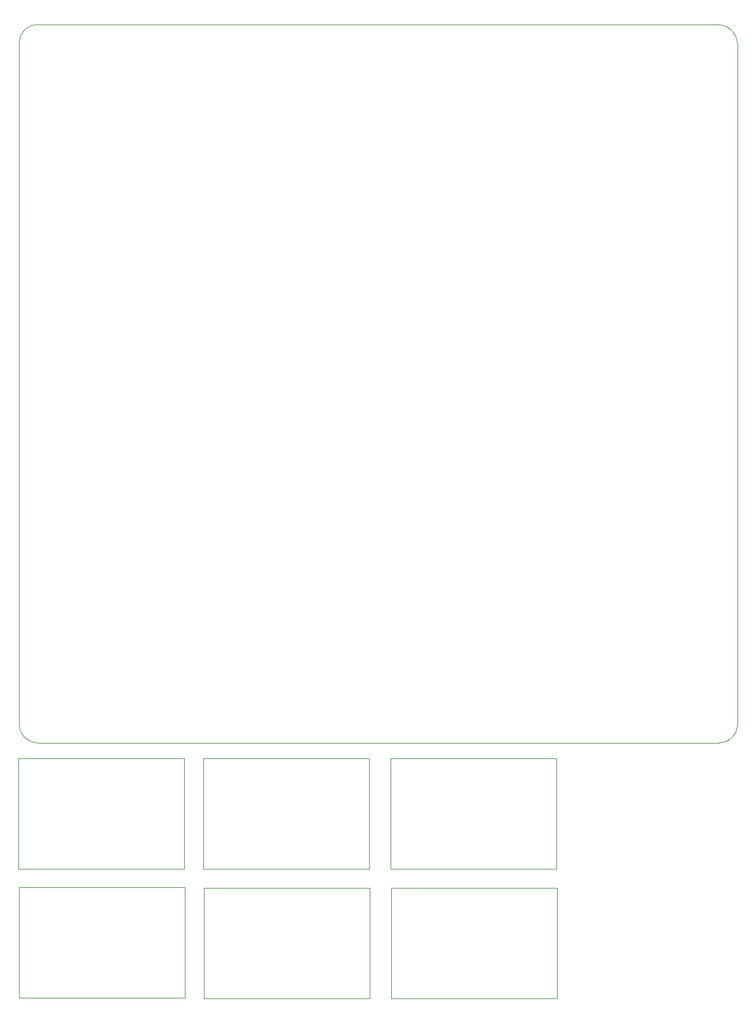
<source format=gbr>
%TF.GenerationSoftware,KiCad,Pcbnew,6.0.7-f9a2dced07~116~ubuntu20.04.1*%
%TF.CreationDate,2022-10-31T15:29:47+01:00*%
%TF.ProjectId,av_citynode_hw,61765f63-6974-4796-9e6f-64655f68772e,rev?*%
%TF.SameCoordinates,Original*%
%TF.FileFunction,Profile,NP*%
%FSLAX46Y46*%
G04 Gerber Fmt 4.6, Leading zero omitted, Abs format (unit mm)*
G04 Created by KiCad (PCBNEW 6.0.7-f9a2dced07~116~ubuntu20.04.1) date 2022-10-31 15:29:47*
%MOMM*%
%LPD*%
G01*
G04 APERTURE LIST*
%TA.AperFunction,Profile*%
%ADD10C,0.100000*%
%TD*%
G04 APERTURE END LIST*
D10*
X202704000Y142936000D02*
X202704000Y236916000D01*
X253930500Y138266500D02*
X276790500Y138266500D01*
X276790500Y138266500D02*
X276790500Y123026500D01*
X276790500Y123026500D02*
X253930500Y123026500D01*
X253930500Y123026500D02*
X253930500Y138266500D01*
X202692000Y120442000D02*
X225552000Y120442000D01*
X225552000Y120442000D02*
X225552000Y105202000D01*
X225552000Y105202000D02*
X202692000Y105202000D01*
X202692000Y105202000D02*
X202692000Y120442000D01*
X228084500Y138277500D02*
X250944500Y138277500D01*
X250944500Y138277500D02*
X250944500Y123037500D01*
X250944500Y123037500D02*
X228084500Y123037500D01*
X228084500Y123037500D02*
X228084500Y138277500D01*
X205244000Y239456000D02*
G75*
G03*
X202704000Y236916000I0J-2540000D01*
G01*
X299224000Y140396000D02*
X205244000Y140396000D01*
X205244000Y239456000D02*
X298970000Y239456000D01*
X301764000Y236662000D02*
X301764000Y142936000D01*
X202598000Y138291000D02*
X225458000Y138291000D01*
X225458000Y138291000D02*
X225458000Y123051000D01*
X225458000Y123051000D02*
X202598000Y123051000D01*
X202598000Y123051000D02*
X202598000Y138291000D01*
X299224000Y140396000D02*
G75*
G03*
X301764000Y142936000I0J2540000D01*
G01*
X301764000Y236662000D02*
G75*
G03*
X298970000Y239456000I-2794000J0D01*
G01*
X228178500Y120428500D02*
X251038500Y120428500D01*
X251038500Y120428500D02*
X251038500Y105188500D01*
X251038500Y105188500D02*
X228178500Y105188500D01*
X228178500Y105188500D02*
X228178500Y120428500D01*
X202704000Y142936000D02*
G75*
G03*
X205244000Y140396000I2540000J0D01*
G01*
X254024500Y120417500D02*
X276884500Y120417500D01*
X276884500Y120417500D02*
X276884500Y105177500D01*
X276884500Y105177500D02*
X254024500Y105177500D01*
X254024500Y105177500D02*
X254024500Y120417500D01*
M02*

</source>
